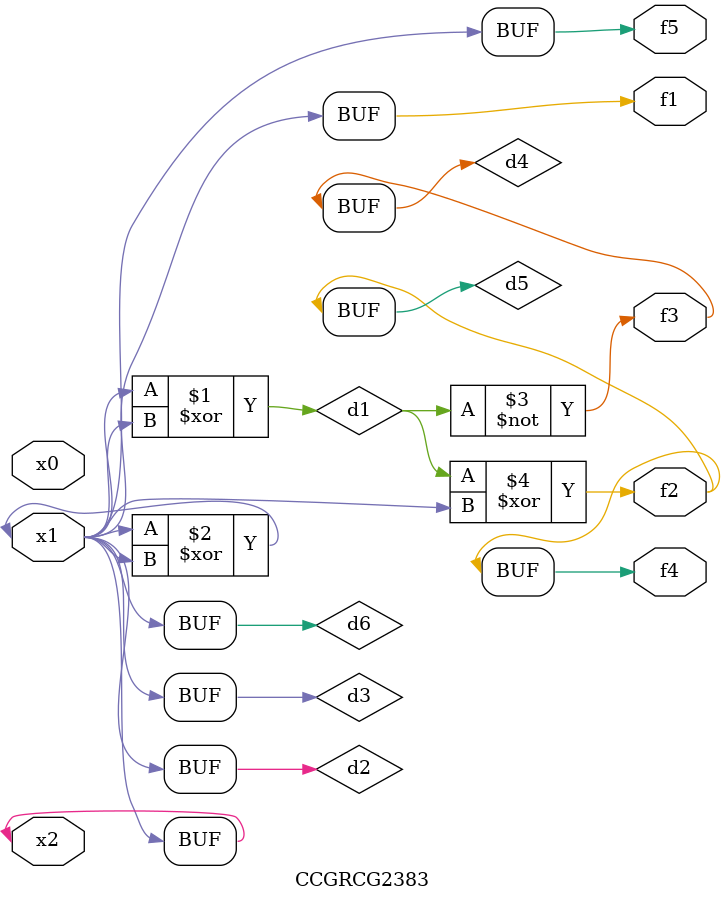
<source format=v>
module CCGRCG2383(
	input x0, x1, x2,
	output f1, f2, f3, f4, f5
);

	wire d1, d2, d3, d4, d5, d6;

	xor (d1, x1, x2);
	buf (d2, x1, x2);
	xor (d3, x1, x2);
	nor (d4, d1);
	xor (d5, d1, d2);
	buf (d6, d2, d3);
	assign f1 = d6;
	assign f2 = d5;
	assign f3 = d4;
	assign f4 = d5;
	assign f5 = d6;
endmodule

</source>
